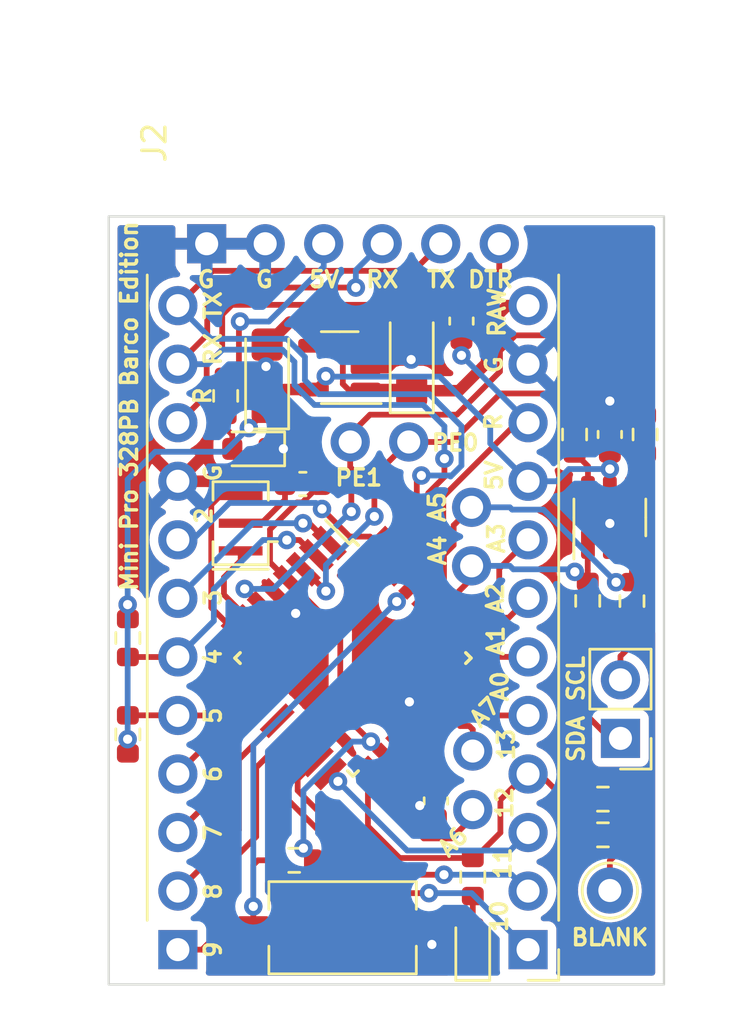
<source format=kicad_pcb>
(kicad_pcb (version 20211014) (generator pcbnew)
  (layers (0 "F.Cu" signal) (31 "B.Cu" signal) (34 "B.Paste" user) (35 "F.Paste" user) (36 "B.SilkS" user "B.Silkscreen") (37 "F.SilkS" user "F.Silkscreen") (38 "B.Mask" user) (39 "F.Mask" user) (44 "Edge.Cuts" user))
  (net 0 "")
  (net 1 "GND")
  (net 2 "Net-(C12-Pad2)")
  (net 3 "DTR")
  (net 4 "~{RESET}")
  (net 5 "RAW")
  (net 6 "+5VD")
  (net 7 "Net-(D10-Pad2)")
  (net 8 "Net-(D20-Pad2)")
  (net 9 "MISO")
  (net 10 "SCK")
  (net 11 "MOSI")
  (net 12 "TXD")
  (net 13 "RXD")
  (net 14 "D9")
  (net 15 "D8")
  (net 16 "D7")
  (net 17 "D6")
  (net 18 "D5")
  (net 19 "D4")
  (net 20 "D3")
  (net 21 "D2")
  (net 22 "D10")
  (net 23 "A0")
  (net 24 "A1")
  (net 25 "A2")
  (net 26 "A3")
  (net 27 "A4")
  (net 28 "A5")
  (net 29 "A6")
  (net 30 "A7")
  (net 31 "SDA1")
  (net 32 "SCL1")
  (net 33 "Net-(U1-Pad7)")
  (net 34 "Net-(U1-Pad8)")
  (net 36 "Net-(J30-Pad1)")
  (net 37 "/MON_SDA")
  (net 38 "/MON_SCL")
  (net 39 "Net-(R42-Pad2)")
  (net 40 "Net-(R43-Pad2)")
  (footprint "Package_TO_SOT_SMD:SOT-23-6" (layer "F.Cu") (at 190.75 105.5 90)
    (fp_text reference "U40" hide)
    (fp_text value "74LVC2G34")
  )
  (footprint "Connector_PinHeader_2.54mm:PinHeader_1x06_P2.54mm_Horizontal" (layer "F.Cu") (at 173.25 93.625 90)
    (fp_text reference "J2")
    (fp_text value "Conn_01x06")
  )
  (footprint "TestPoint:TestPoint_THTPad_D2.0mm_Drill1.0mm" (layer "F.Cu") (at 190.75 121.685)
    (fp_text reference "J30" hide)
    (fp_text value "Blanking")
  )
  (footprint "Resistor_SMD:R_0603_1608Metric" (layer "F.Cu") (at 177.05 120.375)
    (fp_text reference "R11" hide)
    (fp_text value "10K")
  )
  (footprint "Resistor_SMD:R_0603_1608Metric" (layer "F.Cu") (at 174.075 100.225 90)
    (fp_text reference "R20" hide)
    (fp_text value "10K")
  )
  (footprint "Resistor_SMD:R_0603_1608Metric" (layer "F.Cu") (at 169.83 114.91 -90)
    (fp_text reference "R51" hide)
    (fp_text value "2.7k")
  )
  (footprint "Connector_PinHeader_2.54mm:PinHeader_1x02_P2.54mm_Vertical" (layer "F.Cu") (at 184.75 107.6 180)
    (fp_text reference "J12" hide)
    (fp_text value "Conn_01x02_Female")
  )
  (footprint "Capacitor_SMD:C_0603_1608Metric" (layer "F.Cu") (at 183.2 117.8 90)
    (fp_text reference "C12" hide)
    (fp_text value "100nF")
  )
  (footprint "LED_SMD:LED_0603_1608Metric" (layer "F.Cu") (at 175.15 102.525 180)
    (fp_text reference "D20" hide)
    (fp_text value "RED_LED")
  )
  (footprint "Capacitor_Tantalum_SMD:CP_EIA-3216-18_Kemet-A" (layer "F.Cu") (at 175.875 99.35 90)
    (fp_text reference "C21" hide)
    (fp_text value "10uF")
  )
  (footprint "Resistor_SMD:R_0603_1608Metric" (layer "F.Cu") (at 184.8 121.1 90)
    (fp_text reference "R10" hide)
    (fp_text value "330R")
  )
  (footprint "Connector_PinHeader_2.54mm:PinHeader_1x02_P2.54mm_Vertical" (layer "F.Cu") (at 182.02 102.225 -90)
    (fp_text reference "J14" hide)
    (fp_text value "Conn_01x02_Female")
  )
  (footprint "Resistor_SMD:R_0603_1608Metric" (layer "F.Cu") (at 190.45 119.27)
    (fp_text reference "R31" hide)
    (fp_text value "1k")
  )
  (footprint "Crystal:Resonator_SMD_Murata_CSTxExxV-3Pin_3.0x1.1mm" (layer "F.Cu") (at 174.725 105.75 90)
    (fp_text reference "Y1" hide)
    (fp_text value "CSTNE16M0VH3L000R0")
  )
  (footprint "Capacitor_SMD:C_0603_1608Metric" (layer "F.Cu") (at 177.425 104.05)
    (fp_text reference "C10" hide)
    (fp_text value "100nF")
  )
  (footprint "Resistor_SMD:R_0603_1608Metric" (layer "F.Cu") (at 189.22 101.9 -90)
    (fp_text reference "R42" hide)
    (fp_text value "100R")
  )
  (footprint "Connector_PinHeader_2.54mm:PinHeader_1x02_P2.54mm_Vertical" (layer "F.Cu") (at 191.21 115.085 180)
    (fp_text reference "J40" hide)
    (fp_text value "MONITOR_I2C")
  )
  (footprint "Capacitor_SMD:C_0603_1608Metric" (layer "F.Cu") (at 184.31 96.98 -90)
    (fp_text reference "C13" hide)
    (fp_text value "100nF")
  )
  (footprint "Connector_PinHeader_2.54mm:PinHeader_1x02_P2.54mm_Vertical" (layer "F.Cu") (at 184.8 118.175 180)
    (fp_text reference "J13" hide)
    (fp_text value "Conn_01x02_Female")
  )
  (footprint "Package_TO_SOT_SMD:SOT-23-5" (layer "F.Cu") (at 179.025 99 180)
    (fp_text reference "U20" hide)
    (fp_text value "MIC5205-5.0YM5")
  )
  (footprint "Resistor_SMD:R_0603_1608Metric" (layer "F.Cu") (at 191.71 109.13 -90)
    (fp_text reference "R41" hide)
    (fp_text value "100R")
  )
  (footprint "LED_SMD:LED_0603_1608Metric" (layer "F.Cu") (at 184.8 124.1 90)
    (fp_text reference "D10" hide)
    (fp_text value "GRN_LED")
  )
  (footprint "Resistor_SMD:R_0603_1608Metric" (layer "F.Cu") (at 169.83 110.73 90)
    (fp_text reference "R50" hide)
    (fp_text value "2.7k")
  )
  (footprint "Resistor_SMD:R_0603_1608Metric" (layer "F.Cu") (at 192.28 101.9 -90)
    (fp_text reference "R43" hide)
    (fp_text value "100R")
  )
  (footprint "Connector_PinHeader_2.54mm:PinHeader_1x12_P2.54mm_Vertical" (layer "F.Cu") (at 172 124.25 180)
    (fp_text reference "J10" hide)
    (fp_text value "Conn_01x12_Female")
  )
  (footprint "Resistor_SMD:R_0603_1608Metric" (layer "F.Cu") (at 189.79 109.12 -90)
    (fp_text reference "R40" hide)
    (fp_text value "100R")
  )
  (footprint "Capacitor_SMD:C_0603_1608Metric" (layer "F.Cu") (at 190.75 101.9 -90)
    (fp_text reference "C41" hide)
    (fp_text value "100nF")
  )
  (footprint "Package_QFP:TQFP-32_7x7mm_P0.8mm" (layer "F.Cu") (at 179.6 111.6 -45)
    (fp_text reference "U1" hide)
    (fp_text value "ATMEGA328PB-AU")
  )
  (footprint "Button_Switch_SMD:SW_Tactile_SPST_NO_Straight_CK_PTS636Sx25SMTRLFS" (layer "F.Cu") (at 179.15 123.3 180)
    (fp_text reference "SW1" hide)
    (fp_text value "SW_SPST")
  )
  (footprint "Connector_PinHeader_2.54mm:PinHeader_1x12_P2.54mm_Vertical" (layer "F.Cu") (at 187.2 124.25 180)
    (fp_text reference "J11" hide)
    (fp_text value "Conn_01x12_Female")
  )
  (footprint "Resistor_SMD:R_0603_1608Metric" (layer "F.Cu") (at 190.45 117.72 180)
    (fp_text reference "R30" hide)
    (fp_text value "1k")
  )
  (footprint "Capacitor_Tantalum_SMD:CP_EIA-3216-18_Kemet-A" (layer "F.Cu") (at 182.15 98.65 90)
    (fp_text reference "C20" hide)
    (fp_text value "10uF")
  )
  (gr_rect (start 169 92.44) (end 193.1 125.76) (layer "Edge.Cuts") (width 0.1) (fill none))
  (gr_text "SDA" (at 189.28 115.11 90) (layer "F.SilkS") (effects (font (size 0.7 0.7))))
  (gr_text "TX" (at 183.425 95.175) (layer "F.SilkS") (effects (font (size 0.7 0.7))))
  (gr_text "TX" (at 173.525 96.3 90) (layer "F.SilkS") (effects (font (size 0.7 0.7))))
  (gr_text "9" (at 173.525 124.25 90) (layer "F.SilkS") (effects (font (size 0.7 0.7))))
  (gr_text "10" (at 185.95 122.8 90) (layer "F.SilkS") (effects (font (size 0.7 0.7))))
  (gr_text "A1" (at 185.8 110.85 90) (layer "F.SilkS") (effects (font (size 0.7 0.7))))
  (gr_text "13" (at 186.25 115.35 90) (layer "F.SilkS") (effects (font (size 0.7 0.7))))
  (gr_text "A6" (at 183.95 119.575 45) (layer "F.SilkS") (effects (font (size 0.7 0.7))))
  (gr_text "PE0" (at 184.04 102.26) (layer "F.SilkS") (effects (font (size 0.7 0.7))))
  (gr_text "A3" (at 185.825 106.4 90) (layer "F.SilkS") (effects (font (size 0.7 0.7))))
  (gr_text "G" (at 185.725 98.875 90) (layer "F.SilkS") (effects (font (size 0.7 0.7))))
  (gr_text "A0" (at 185.975 112.825 90) (layer "F.SilkS") (effects (font (size 0.7 0.7))))
  (gr_text "RX" (at 180.875 95.175) (layer "F.SilkS") (effects (font (size 0.7 0.7))))
  (gr_text "SCL" (at 189.28 112.49 90) (layer "F.SilkS") (effects (font (size 0.7 0.7))))
  (gr_text "5" (at 173.525 114.1 90) (layer "F.SilkS") (effects (font (size 0.7 0.7))))
  (gr_text "PE1" (at 179.85 103.775) (layer "F.SilkS") (effects (font (size 0.7 0.7))))
  (gr_text "5V" (at 178.35 95.175) (layer "F.SilkS") (effects (font (size 0.7 0.7))))
  (gr_text "G" (at 175.75 95.175) (layer "F.SilkS") (effects (font (size 0.7 0.7))))
  (gr_text "A2" (at 185.775 109 90) (layer "F.SilkS") (effects (font (size 0.7 0.7))))
  (gr_text "G" (at 173.525 103.575 90) (layer "F.SilkS") (effects (font (size 0.7 0.7))))
  (gr_text "2" (at 173.125 105.425 90) (layer "F.SilkS") (effects (font (size 0.7 0.7))))
  (gr_text "7" (at 173.525 119.175 90) (layer "F.SilkS") (effects (font (size 0.7 0.7))))
  (gr_text "3" (at 173.525 108.975 90) (layer "F.SilkS") (effects (font (size 0.7 0.7))))
  (gr_text "6" (at 173.525 116.625 90) (layer "F.SilkS") (effects (font (size 0.7 0.7))))
  (gr_text "R" (at 173.075 100.225 90) (layer "F.SilkS") (effects (font (size 0.7 0.7))))
  (gr_text "5V" (at 185.725 103.675 90) (layer "F.SilkS") (effects (font (size 0.7 0.7))))
  (gr_text "12" (at 186.175 117.875 90) (layer "F.SilkS") (effects (font (size 0.7 0.7))))
  (gr_text "R" (at 185.7 101.35 90) (layer "F.SilkS") (effects (font (size 0.7 0.7))))
  (gr_text "11" (at 186.1 120.5 90) (layer "F.SilkS") (effects (font (size 0.7 0.7))))
  (gr_text "Mini Pro 328PB Barco Edition" (at 169.89 100.67 90) (layer "F.SilkS") (effects (font (size 0.7 0.7))))
  (gr_text "BLANK" (at 190.75 123.72) (layer "F.SilkS") (effects (font (size 0.7 0.7))))
  (gr_text "8" (at 173.525 121.725 90) (layer "F.SilkS") (effects (font (size 0.7 0.7))))
  (gr_text "RAW" (at 185.85 96.6 90) (layer "F.SilkS") (effects (font (size 0.7 0.7))))
  (gr_text "4" (at 173.525 111.55 90) (layer "F.SilkS") (effects (font (size 0.7 0.7))))
  (gr_text "G" (at 173.225 95.175) (layer "F.SilkS") (effects (font (size 0.7 0.7))))
  (gr_text "A7" (at 185.325 113.95 45) (layer "F.SilkS") (effects (font (size 0.7 0.7))))
  (gr_text "A5" (at 183.25 105.05 90) (layer "F.SilkS") (effects (font (size 0.7 0.7))))
  (gr_text "DTR" (at 185.575 95.175) (layer "F.SilkS") (effects (font (size 0.7 0.7))))
  (gr_text "RX" (at 173.525 98.2 90) (layer "F.SilkS") (effects (font (size 0.7 0.7))))
  (gr_text "A4" (at 183.275 106.925 90) (layer "F.SilkS") (effects (font (size 0.7 0.7))))
  (segment (start 182.888047 114.322361) (end 182.872361 114.322361) (width 0.25) (layer "F.Cu") (net 1))
  (segment (start 175.675 103.7) (end 176.025 104.05) (width 0.5) (layer "F.Cu") (net 1))
  (segment (start 190.36 105.49) (end 188.82 105.49) (width 0.5) (layer "F.Cu") (net 1))
  (segment (start 176.85 97.025) (end 180.9 97.025) (width 0.5) (layer "F.Cu") (net 1))
  (segment (start 173.55 103.7) (end 175.675 103.7) (width 0.5) (layer "F.Cu") (net 1))
  (segment (start 182.125 97.325) (end 182.15 97.3) (width 0.5) (layer "F.Cu") (net 1))
  (segment (start 182.5 118) (end 182.975 118.475) (width 0.25) (layer "F.Cu") (net 1))
  (segment (start 182.872361 114.322361) (end 182.05 113.5) (width 0.25) (layer "F.Cu") (net 1))
  (segment (start 175.63 105.75) (end 176.65 104.73) (width 0.25) (layer "F.Cu") (net 1))
  (segment (start 181.44 98.65) (end 181.09 99) (width 0.5) (layer "F.Cu") (net 1))
  (segment (start 182.125 98.65) (end 181.44 98.65) (width 0.5) (layer "F.Cu") (net 1))
  (segment (start 180.9 97.025) (end 181.175 97.3) (width 0.5) (layer "F.Cu") (net 1))
  (segment (start 176.65 104.73) (end 176.65 104.05) (width 0.25) (layer "F.Cu") (net 1))
  (segment (start 176.575 102.525) (end 176.58 102.52) (width 0.25) (layer "F.Cu") (net 1))
  (segment (start 190.75 106.6375) (end 190.75 105.76) (width 0.25) (layer "F.Cu") (net 1))
  (segment (start 190.75 101.125) (end 190.75 100.45) (width 0.25) (layer "F.Cu") (net 1))
  (segment (start 176.327639 108.877639) (end 176.311953 108.877639) (width 0.25) (layer "F.Cu") (net 1))
  (segment (start 177.1125 109.6625) (end 176.327639 108.877639) (width 0.25) (layer "F.Cu") (net 1))
  (segment (start 190.75 105.76) (end 190.63 105.76) (width 0.5) (layer "F.Cu") (net 1))
  (segment (start 174.725 105.75) (end 175.63 105.75) (width 0.25) (layer "F.Cu") (net 1))
  (segment (start 176.025 104.05) (end 176.65 104.05) (width 0.5) (layer "F.Cu") (net 1))
  (segment (start 182.125 98.65) (end 182.125 97.325) (width 0.5) (layer "F.Cu") (net 1))
  (segment (start 183.025 124.025) (end 183.025 123.3) (width 0.25) (layer "F.Cu") (net 1))
  (segment (start 190.63 105.76) (end 190.36 105.49) (width 0.5) (layer "F.Cu") (net 1))
  (segment (start 182.975 118.475) (end 183.2 118.475) (width 0.25) (layer "F.Cu") (net 1))
  (segment (start 175.875 98) (end 176.85 97.025) (width 0.5) (layer "F.Cu") (net 1))
  (segment (start 181.175 97.3) (end 182.15 97.3) (width 0.5) (layer "F.Cu") (net 1))
  (segment (start 175.9375 102.525) (end 176.575 102.525) (width 0.25) (layer "F.Cu") (net 1))
  (segment (start 181.09 99) (end 180.1625 99) (width 0.5) (layer "F.Cu") (net 1))
  (segment (start 173.32 103.93) (end 173.55 103.7) (width 0.5) (layer "F.Cu") (net 1))
  (segment (start 172 103.93) (end 173.32 103.93) (width 0.5) (layer "F.Cu") (net 1))
  (via (at 182.125 98.65) (size 0.8) (drill 0.4) (layers "F.Cu" "B.Cu") (net 1))
  (via (at 175.825 98.95) (size 0.8) (drill 0.4) (layers "F.Cu" "B.Cu") (net 1))
  (via (at 177.1125 109.6625) (size 0.8) (drill 0.4) (layers "F.Cu" "B.Cu") (net 1))
  (via (at 190.75 105.76) (size 0.8) (drill 0.4) (layers "F.Cu" "B.Cu") (net 1))
  (via (at 182.5 118) (size 0.8) (drill 0.4) (layers "F.Cu" "B.Cu") (net 1))
  (via (at 190.75 100.45) (size 0.8) (drill 0.4) (layers "F.Cu" "B.Cu") (net 1))
  (via (at 182.05 113.5) (size 0.8) (drill 0.4) (layers "F.Cu" "B.Cu") (net 1))
  (via (at 183.025 124.025) (size 0.8) (drill 0.4) (layers "F.Cu" "B.Cu") (net 1))
  (via (at 176.58 102.52) (size 0.8) (drill 0.4) (layers "F.Cu" "B.Cu") (net 1))
  (segment (start 183.2 115.75) (end 183.2 116.925) (width 0.25) (layer "F.Cu") (net 2))
  (segment (start 182.338047 114.888047) (end 183.2 115.75) (width 0.25) (layer "F.Cu") (net 2))
  (segment (start 182.322361 114.888047) (end 182.338047 114.888047) (width 0.25) (layer "F.Cu") (net 2))
  (segment (start 184.85 96.15) (end 185.95 95.05) (width 0.25) (layer "F.Cu") (net 3))
  (segment (start 185.95 95.05) (end 185.95 93.625) (width 0.25) (layer "F.Cu") (net 3))
  (segment (start 184.85 96.175) (end 184.85 96.15) (width 0.25) (layer "F.Cu") (net 3))
  (segment (start 182.322361 108.307639) (end 182.322361 108.311953) (width 0.25) (layer "F.Cu") (net 4))
  (segment (start 175.275 122.375) (end 175.275 120.575) (width 0.25) (layer "F.Cu") (net 4))
  (segment (start 180.65 96.275) (end 180.85 96.075) (width 0.25) (layer "F.Cu") (net 4))
  (segment (start 184.31 98.47) (end 184.31 97.755) (width 0.25) (layer "F.Cu") (net 4))
  (segment (start 183.48 96.92) (end 183.48 96.39) (width 0.25) (layer "F.Cu") (net 4))
  (segment (start 173.25 100.175) (end 173.25 98.9) (width 0.25) (layer "F.Cu") (net 4))
  (segment (start 173.25 98.9) (end 173.925 98.225) (width 0.25) (layer "F.Cu") (net 4))
  (segment (start 173.925 96.7) (end 174.35 96.275) (width 0.25) (layer "F.Cu") (net 4))
  (segment (start 180.85 96.075) (end 183.165 96.075) (width 0.25) (layer "F.Cu") (net 4))
  (segment (start 182.322361 108.311953) (end 182.322361 108.327639) (width 0.25) (layer "F.Cu") (net 4))
  (segment (start 186.72 101.39) (end 183.52 104.59) (width 0.25) (layer "F.Cu") (net 4))
  (segment (start 175.275 122.375) (end 175.275 123.3) (width 0.25) (layer "F.Cu") (net 4))
  (segment (start 183.09 107.54) (end 182.322361 108.307639) (width 0.25) (layer "F.Cu") (net 4))
  (segment (start 172.035 101.39) (end 173.25 100.175) (width 0.25) (layer "F.Cu") (net 4))
  (segment (start 182.322361 108.327639) (end 181.5 109.15) (width 0.25) (layer "F.Cu") (net 4))
  (segment (start 173.925 98.225) (end 173.925 96.7) (width 0.25) (layer "F.Cu") (net 4))
  (segment (start 184.31 97.755) (end 184.31 97.75) (width 0.25) (layer "F.Cu") (net 4))
  (segment (start 183.48 96.39) (end 183.165 96.075) (width 0.25) (layer "F.Cu") (net 4))
  (segment (start 172 101.39) (end 172.035 101.39) (width 0.25) (layer "F.Cu") (net 4))
  (segment (start 175.275 120.575) (end 175.475 120.375) (width 0.25) (layer "F.Cu") (net 4))
  (segment (start 174.35 96.275) (end 180.65 96.275) (width 0.25) (layer "F.Cu") (net 4))
  (segment (start 175.475 120.375) (end 176.225 120.375) (width 0.25) (layer "F.Cu") (net 4))
  (segment (start 183.52 106.51) (end 183.09 106.94) (width 0.25) (layer "F.Cu") (net 4))
  (segment (start 183.09 106.94) (end 183.09 107.54) (width 0.25) (layer "F.Cu") (net 4))
  (segment (start 183.52 104.59) (end 183.52 106.51) (width 0.25) (layer "F.Cu") (net 4))
  (segment (start 184.31 97.75) (end 183.48 96.92) (width 0.25) (layer "F.Cu") (net 4))
  (segment (start 187.2 101.39) (end 186.72 101.39) (width 0.25) (layer "F.Cu") (net 4))
  (via (at 181.5 109.15) (size 0.8) (drill 0.4) (layers "F.Cu" "B.Cu") (net 4))
  (via (at 184.31 98.47) (size 0.8) (drill 0.4) (layers "F.Cu" "B.Cu") (net 4))
  (via (at 175.275 122.375) (size 0.8) (drill 0.4) (layers "F.Cu" "B.Cu") (net 4))
  (segment (start 175.275 115.375) (end 181.5 109.15) (width 0.25) (layer "B.Cu") (net 4))
  (segment (start 187.2 101.36) (end 187.2 101.39) (width 0.25) (layer "B.Cu") (net 4))
  (segment (start 184.31 98.47) (end 187.2 101.36) (width 0.25) (layer "B.Cu") (net 4))
  (segment (start 175.275 122.375) (end 175.275 115.375) (width 0.25) (layer "B.Cu") (net 4))
  (segment (start 179.16 98.24) (end 179.16 99.71) (width 0.25) (layer "F.Cu") (net 5))
  (segment (start 187.2 96.31) (end 186.29 96.31) (width 0.5) (layer "F.Cu") (net 5))
  (segment (start 185.4 97.2) (end 185.4 98.8) (width 0.5) (layer "F.Cu") (net 5))
  (segment (start 180.1625 98.05) (end 179.35 98.05) (width 0.25) (layer "F.Cu") (net 5))
  (segment (start 182.1 99.95) (end 182.15 100) (width 0.5) (layer "F.Cu") (net 5))
  (segment (start 186.29 96.31) (end 185.4 97.2) (width 0.5) (layer "F.Cu") (net 5))
  (segment (start 184.2 100) (end 182.15 100) (width 0.5) (layer "F.Cu") (net 5))
  (segment (start 179.4 99.95) (end 180.1625 99.95) (width 0.25) (layer "F.Cu") (net 5))
  (segment (start 185.4 98.8) (end 184.2 100) (width 0.5) (layer "F.Cu") (net 5))
  (segment (start 179.16 99.71) (end 179.4 99.95) (width 0.25) (layer "F.Cu") (net 5))
  (segment (start 179.35 98.05) (end 179.16 98.24) (width 0.25) (layer "F.Cu") (net 5))
  (segment (start 180.1625 99.95) (end 182.1 99.95) (width 0.5) (layer "F.Cu") (net 5))
  (segment (start 176.877639 108.311953) (end 176.861953 108.311953) (width 0.25) (layer "F.Cu") (net 6))
  (segment (start 177.8875 99.95) (end 176.625 99.95) (width 0.5) (layer "F.Cu") (net 6))
  (segment (start 169.83 115.13) (end 169.82 115.12) (width 0.25) (layer "F.Cu") (net 6))
  (segment (start 179.05 113.9) (end 179.05 110.5) (width 0.25) (layer "F.Cu") (net 6))
  (segment (start 174.65 98.825) (end 174.65 97.05) (width 0.25) (layer "F.Cu") (net 6))
  (segment (start 176.76 101.62) (end 177.33 102.19) (width 0.25) (layer "F.Cu") (net 6))
  (segment (start 179.05 110.5) (end 176.877639 108.327639) (width 0.25) (layer "F.Cu") (net 6))
  (segment (start 175.875 100.7) (end 175.875 100.735) (width 0.25) (layer "F.Cu") (net 6))
  (segment (start 174.6 99.925) (end 174.075 99.4) (width 0.25) (layer "F.Cu") (net 6))
  (segment (start 177.875 120.275) (end 177.45 119.85) (width 0.25) (layer "F.Cu") (net 6))
  (segment (start 177.49 104.77) (end 177.49 104.76) (width 0.25) (layer "F.Cu") (net 6))
  (segment (start 177.33 103.18) (end 178.2 104.05) (width 0.25) (layer "F.Cu") (net 6))
  (segment (start 178.42 99.37) (end 178.42 99.4175) (width 0.25) (layer "F.Cu") (net 6))
  (segment (start 175.08 101.62) (end 175.875 100.825) (width 0.25) (layer "F.Cu") (net 6))
  (segment (start 181.169417 116.019417) (end 181.19099 116.019417) (width 0.25) (layer "F.Cu") (net 6))
  (segment (start 177.33 102.19) (end 177.33 103.18) (width 0.25) (layer "F.Cu") (net 6))
  (segment (start 178.42 99.4175) (end 177.8875 99.95) (width 0.25) (layer "F.Cu") (net 6))
  (segment (start 174.65 97.05) (end 174.7 97) (width 0.25) (layer "F.Cu") (net 6))
  (segment (start 190.75 103.4) (end 190.75 104.3625) (width 0.25) (layer "F.Cu") (net 6))
  (segment (start 175.1 99.925) (end 174.6 99.925) (width 0.25) (layer "F.Cu") (net 6))
  (segment (start 176.877639 108.327639) (end 176.877639 108.311953) (width 0.25) (layer "F.Cu") (net 6))
  (segment (start 176 106.02) (end 177.17 104.85) (width 0.25) (layer "F.Cu") (net 6))
  (segment (start 176 107.45) (end 176 106.02) (width 0.25) (layer "F.Cu") (net 6))
  (segment (start 176.861953 108.311953) (end 176 107.45) (width 0.25) (layer "F.Cu") (net 6))
  (segment (start 175.875 100.735) (end 176.76 101.62) (width 0.25) (layer "F.Cu") (net 6))
  (segment (start 177.41 104.85) (end 177.49 104.77) (width 0.25) (layer "F.Cu") (net 6))
  (segment (start 177.17 104.85) (end 177.41 104.85) (width 0.25) (layer "F.Cu") (net 6))
  (segment (start 175.875 100.825) (end 175.875 100.7) (width 0.25) (layer "F.Cu") (net 6))
  (segment (start 177.49 104.76) (end 178.2 104.05) (width 0.25) (layer "F.Cu") (net 6))
  (segment (start 169.82 109.28) (end 169.82 109.895) (width 0.25) (layer "F.Cu") (net 6))
  (segment (start 169.83 115.735) (end 169.83 115.13) (width 0.25) (layer "F.Cu") (net 6))
  (segment (start 177.875 120.375) (end 177.875 120.275) (width 0.25) (layer "F.Cu") (net 6))
  (segment (start 176.625 99.95) (end 175.875 100.7) (width 0.5) (layer "F.Cu") (net 6))
  (segment (start 175.875 100.7) (end 175.1 99.925) (width 0.25) (layer "F.Cu") (net 6))
  (segment (start 190.75 102.675) (end 190.75 103.4) (width 0.25) (layer "F.Cu") (net 6))
  (segment (start 180.375 115.225) (end 181.169417 116.019417) (width 0.25) (layer "F.Cu") (net 6))
  (segment (start 174.075 99.4) (end 174.65 98.825) (width 0.25) (layer "F.Cu") (net 6))
  (segment (start 169.82 109.895) (end 169.83 109.905) (width 0.25) (layer "F.Cu") (net 6))
  (segment (start 180.375 115.225) (end 179.05 113.9) (width 0.25) (layer "F.Cu") (net 6))
  (via (at 175.08 101.62) (size 0.8) (drill 0.4) (layers "F.Cu" "B.Cu") (net 6))
  (via (at 190.75 103.4) (size 0.8) (drill 0.4) (layers "F.Cu" "B.Cu") (net 6))
  (via (at 177.45 119.85) (size 0.8) (drill 0.4) (layers "F.Cu" "B.Cu") (net 6))
  (via (at 169.82 109.28) (size 0.8) (drill 0.4) (layers "F.Cu" "B.Cu") (net 6))
  (via (at 174.7 97) (size 0.8) (drill 0.4) (layers "F.Cu" "B.Cu") (net 6))
  (via (at 169.82 115.12) (size 0.8) (drill 0.4) (layers "F.Cu" "B.Cu") (net 6))
  (via (at 178.42 99.37) (size 0.8) (drill 0.4) (layers "F.Cu" "B.Cu") (net 6))
  (via (at 180.375 115.225) (size 0.8) (drill 0.4) (layers "F.Cu" "B.Cu") (net 6))
  (segment (start 171.02 102.65) (end 169.82 103.85) (width 0.25) (layer "B.Cu") (net 6))
  (segment (start 183.37 99.39) (end 185.56 101.58) (width 0.25) (layer "B.Cu") (net 6))
  (segment (start 180.375 115.225) (end 179.575 115.225) (width 0.25) (layer "B.Cu") (net 6))
  (segment (start 187.2 103.93) (end 188.44 103.93) (width 0.25) (layer "B.Cu") (net 6))
  (segment (start 169.82 103.85) (end 169.82 109.28) (width 0.25) (layer "B.Cu") (net 6))
  (segment (start 175.07 101.62) (end 174.04 102.65) (width 0.25) (layer "B.Cu") (net 6))
  (segment (start 175.95 97) (end 178.33 94.62) (width 0.25) (layer "B.Cu") (net 6))
  (segment (start 185.56 101.58) (end 185.56 102.29) (width 0.25) (layer "B.Cu") (net 6))
  (segment (start 169.82 115.12) (end 169.82 109.28) (width 0.25) (layer "B.Cu") (net 6))
  (segment (start 179.575 115.225) (end 177.45 117.35) (width 0.25) (layer "B.Cu") (net 6))
  (segment (start 177.45 117.35) (end 177.45 119.85) (width 0.25) (layer "B.Cu") (net 6))
  (segment (start 178.44 99.39) (end 183.37 99.39) (width 0.25) (layer "B.Cu") (net 6))
  (segment (start 175.08 101.62) (end 175.07 101.62) (width 0.25) (layer "B.Cu") (net 6))
  (segment (start 185.56 102.29) (end 187.2 103.93) (width 0.25) (layer "B.Cu") (net 6))
  (segment (start 178.42 99.37) (end 178.44 99.39) (width 0.25) (layer "B.Cu") (net 6))
  (segment (start 178.33 94.62) (end 178.33 93.625) (width 0.25) (layer "B.Cu") (net 6))
  (segment (start 174.04 102.65) (end 171.02 102.65) (width 0.25) (layer "B.Cu") (net 6))
  (segment (start 174.7 97) (end 175.95 97) (width 0.25) (layer "B.Cu") (net 6))
  (segment (start 188.97 103.4) (end 190.75 103.4) (width 0.25) (layer "B.Cu") (net 6))
  (segment (start 188.44 103.93) (end 188.97 103.4) (width 0.25) (layer "B.Cu") (net 6))
  (segment (start 184.8 123.3125) (end 184.8 121.925) (width 0.25) (layer "F.Cu") (net 7))
  (segment (start 174.075 101.625) (end 174.075 101.05) (width 0.25) (layer "F.Cu") (net 8))
  (segment (start 174.3625 101.9125) (end 174.075 101.625) (width 0.25) (layer "F.Cu") (net 8))
  (segment (start 174.3625 102.525) (end 174.3625 101.9125) (width 0.25) (layer "F.Cu") (net 8))
  (segment (start 178.585103 116.585103) (end 178.95 116.95) (width 0.25) (layer "F.Cu") (net 9))
  (segment (start 178.574695 116.585103) (end 178.585103 116.585103) (width 0.25) (layer "F.Cu") (net 9))
  (via (at 178.95 116.95) (size 0.8) (drill 0.4) (layers "F.Cu" "B.Cu") (net 9))
  (segment (start 181.95 119.95) (end 186.42 119.95) (width 0.25) (layer "B.Cu") (net 9))
  (segment (start 178.95 116.95) (end 181.95 119.95) (width 0.25) (layer "B.Cu") (net 9))
  (segment (start 186.42 119.95) (end 187.2 119.17) (width 0.25) (layer "B.Cu") (net 9))
  (segment (start 186 119.175) (end 186 117.75) (width 0.25) (layer "F.Cu") (net 10))
  (segment (start 184.8 120.275) (end 184.925 120.275) (width 0.25) (layer "F.Cu") (net 10))
  (segment (start 184.925 120.275) (end 184.925 120.25) (width 0.25) (layer "F.Cu") (net 10))
  (segment (start 181.625 120.275) (end 184.85 120.275) (width 0.25) (layer "F.Cu") (net 10))
  (segment (start 180.25 116.960408) (end 180.25 118.9) (width 0.25) (layer "F.Cu") (net 10))
  (segment (start 187.12 116.63) (end 187.2 116.63) (width 0.25) (layer "F.Cu") (net 10))
  (segment (start 187.71 116.63) (end 188.8 117.72) (width 0.25) (layer "F.Cu") (net 10))
  (segment (start 180.25 118.9) (end 181.625 120.275) (width 0.25) (layer "F.Cu") (net 10))
  (segment (start 188.8 117.72) (end 189.625 117.72) (width 0.25) (layer "F.Cu") (net 10))
  (segment (start 184.925 120.25) (end 186 119.175) (width 0.25) (layer "F.Cu") (net 10))
  (segment (start 184.85 120.275) (end 184.925 120.275) (width 0.25) (layer "F.Cu") (net 10))
  (segment (start 187.2 116.63) (end 187.71 116.63) (width 0.25) (layer "F.Cu") (net 10))
  (segment (start 180.625305 116.585103) (end 180.25 116.960408) (width 0.25) (layer "F.Cu") (net 10))
  (segment (start 186 117.75) (end 187.12 116.63) (width 0.25) (layer "F.Cu") (net 10))
  (segment (start 180.85 121) (end 177.2 117.35) (width 0.25) (layer "F.Cu") (net 11))
  (segment (start 177.2 117.35) (end 177.2 116.85) (width 0.25) (layer "F.Cu") (net 11))
  (segment (start 183.55 121) (end 180.85 121) (width 0.25) (layer "F.Cu") (net 11))
  (segment (start 178.00901 116.04099) (end 178.00901 116.019417) (width 0.25) (layer "F.Cu") (net 11))
  (segment (start 177.2 116.85) (end 178.00901 116.04099) (width 0.25) (layer "F.Cu") (net 11))
  (via (at 183.55 121) (size 0.8) (drill 0.4) (layers "F.Cu" "B.Cu") (net 11))
  (segment (start 186.49 121) (end 187.2 121.71) (width 0.25) (layer "B.Cu") (net 11))
  (segment (start 183.55 121) (end 186.49 121) (width 0.25) (layer "B.Cu") (net 11))
  (segment (start 182.37 103.85) (end 182.37 106.01) (width 0.25) (layer "F.Cu") (net 12))
  (segment (start 172 96.31) (end 173.51 94.8) (width 0.25) (layer "F.Cu") (net 12))
  (segment (start 182.57 103.68) (end 182.4 103.85) (width 0.25) (layer "F.Cu") (net 12))
  (segment (start 182.235 94.8) (end 183.41 93.625) (width 0.25) (layer "F.Cu") (net 12))
  (segment (start 182.4 103.85) (end 182.37 103.85) (width 0.25) (layer "F.Cu") (net 12))
  (segment (start 182.37 106.01) (end 181.199417 107.180583) (width 0.25) (layer "F.Cu") (net 12))
  (segment (start 173.51 94.8) (end 182.235 94.8) (width 0.25) (layer "F.Cu") (net 12))
  (via (at 182.57 103.68) (size 0.8) (drill 0.4) (layers "F.Cu" "B.Cu") (net 12))
  (segment (start 182.57 103.68) (end 183.79 103.68) (width 0.25) (layer "B.Cu") (net 12))
  (segment (start 184.31 101.54) (end 182.92 100.15) (width 0.25) (layer "B.Cu") (net 12))
  (segment (start 177.515 99.545) (end 177.515 98.535) (width 0.25) (layer "B.Cu") (net 12))
  (segment (start 176.73 97.75) (end 173.44 97.75) (width 0.25) (layer "B.Cu") (net 12))
  (segment (start 183.79 103.68) (end 183.835 103.725) (width 0.25) (layer "B.Cu") (net 12))
  (segment (start 183.835 103.725) (end 184.31 103.25) (width 0.25) (layer "B.Cu") (net 12))
  (segment (start 184.31 103.25) (end 184.31 101.54) (width 0.25) (layer "B.Cu") (net 12))
  (segment (start 182.92 100.15) (end 178.12 100.15) (width 0.25) (layer "B.Cu") (net 12))
  (segment (start 178.12 100.15) (end 177.515 99.545) (width 0.25) (layer "B.Cu") (net 12))
  (segment (start 173.44 97.75) (end 172 96.31) (width 0.25) (layer "B.Cu") (net 12))
  (segment (start 177.515 98.535) (end 176.73 97.75) (width 0.25) (layer "B.Cu") (net 12))
  (segment (start 173.275 97.575) (end 172 98.85) (width 0.25) (layer "F.Cu") (net 13))
  (segment (start 179.725 95.525) (end 174.125 95.525) (width 0.25) (layer "F.Cu") (net 13))
  (segment (start 182.54 106.962944) (end 181.756676 107.746268) (width 0.25) (layer "F.Cu") (net 13))
  (segment (start 183.57 103.74) (end 182.87 104.44) (width 0.25) (layer "F.Cu") (net 13))
  (segment (start 183.57 102.95) (end 183.57 103.74) (width 0.25) (layer "F.Cu") (net 13))
  (segment (start 174.125 95.525) (end 173.275 96.375) (width 0.25) (layer "F.Cu") (net 13))
  (segment (start 173.275 96.375) (end 173.275 97.575) (width 0.25) (layer "F.Cu") (net 13))
  (segment (start 182.87 106.51) (end 182.54 106.84) (width 0.25) (layer "F.Cu") (net 13))
  (segment (start 182.87 104.44) (end 182.87 106.51) (width 0.25) (layer "F.Cu") (net 13))
  (segment (start 182.54 106.84) (end 182.54 106.962944) (width 0.25) (layer "F.Cu") (net 13))
  (via (at 183.57 102.95) (size 0.8) (drill 0.4) (layers "F.Cu" "B.Cu") (net 13))
  (via (at 179.725 95.525) (size 0.8) (drill 0.4) (layers "F.Cu" "B.Cu") (net 13))
  (segment (start 179.725 94.77) (end 180.87 93.625) (width 0.25) (layer "B.Cu") (net 13))
  (segment (start 177.93 100.62) (end 177.06 99.75) (width 0.25) (layer "B.Cu") (net 13))
  (segment (start 176.53 98.22) (end 173.94 98.22) (width 0.25) (layer "B.Cu") (net 13))
  (segment (start 177.06 99.75) (end 177.06 98.75) (width 0.25) (layer "B.Cu") (net 13))
  (segment (start 177.06 98.75) (end 176.53 98.22) (width 0.25) (layer "B.Cu") (net 13))
  (segment (start 183.57 101.54) (end 182.65 100.62) (width 0.25) (layer "B.Cu") (net 13))
  (segment (start 173.94 98.22) (end 173.31 98.85) (width 0.25) (layer "B.Cu") (net 13))
  (segment (start 179.725 95.525) (end 179.725 94.77) (width 0.25) (layer "B.Cu") (net 13))
  (segment (start 182.65 100.62) (end 177.93 100.62) (width 0.25) (layer "B.Cu") (net 13))
  (segment (start 183.57 102.95) (end 183.57 101.54) (width 0.25) (layer "B.Cu") (net 13))
  (segment (start 173.31 98.85) (end 172 98.85) (width 0.25) (layer "B.Cu") (net 13))
  (segment (start 176.861953 114.888047) (end 176.877639 114.888047) (width 0.25) (layer "F.Cu") (net 14))
  (segment (start 173.6 123.7) (end 173.6 121.15) (width 0.25) (layer "F.Cu") (net 14))
  (segment (start 175.4 119.35) (end 175.4 116.35) (width 0.25) (layer "F.Cu") (net 14))
  (segment (start 175.4 116.35) (end 176.861953 114.888047) (width 0.25) (layer "F.Cu") (net 14))
  (segment (start 173.05 124.25) (end 173.6 123.7) (width 0.25) (layer "F.Cu") (net 14))
  (segment (start 173.6 121.15) (end 175.4 119.35) (width 0.25) (layer "F.Cu") (net 14))
  (segment (start 172 124.25) (end 173.05 124.25) (width 0.25) (layer "F.Cu") (net 14))
  (segment (start 174.65 119.06) (end 172 121.71) (width 0.25) (layer "F.Cu") (net 15))
  (segment (start 176.311953 114.322361) (end 176.311953 114.338047) (width 0.25) (layer "F.Cu") (net 15))
  (segment (start 176.311953 114.338047) (end 174.65 116) (width 0.25) (layer "F.Cu") (net 15))
  (segment (start 174.65 116) (end 174.65 119.06) (width 0.25) (layer "F.Cu") (net 15))
  (segment (start 174.05 115.45) (end 174.05 117.12) (width 0.25) (layer "F.Cu") (net 16))
  (segment (start 175.743324 113.756676) (end 174.05 115.45) (width 0.25) (layer "F.Cu") (net 16))
  (segment (start 175.746268 113.756676) (end 175.743324 113.756676) (width 0.25) (layer "F.Cu") (net 16))
  (segment (start 174.05 117.12) (end 172 119.17) (width 0.25) (layer "F.Cu") (net 16))
  (segment (start 173.45 115.15) (end 173.45 114.921573) (width 0.25) (layer "F.Cu") (net 17))
  (segment (start 173.45 114.921573) (end 175.180583 113.19099) (width 0.25) (layer "F.Cu") (net 17))
  (segment (start 172 116.6) (end 173.45 115.15) (width 0.25) (layer "F.Cu") (net 17))
  (segment (start 172 116.63) (end 172 116.6) (width 0.25) (layer "F.Cu") (net 17))
  (segment (start 169.83 114.085) (end 171.995 114.085) (width 0.25) (layer "F.Cu") (net 18))
  (segment (start 171.995 114.085) (end 172 114.09) (width 0.25) (layer "F.Cu") (net 18))
  (segment (start 172 114.09) (end 173.150202 114.09) (width 0.25) (layer "F.Cu") (net 18))
  (segment (start 173.150202 114.09) (end 174.614897 112.625305) (width 0.25) (layer "F.Cu") (net 18))
  (segment (start 169.83 111.555) (end 171.995 111.555) (width 0.25) (layer "F.Cu") (net 19))
  (segment (start 177.980583 107.180583) (end 178.00901 107.180583) (width 0.25) (layer "F.Cu") (net 19))
  (segment (start 176.73 106.48) (end 177.28 106.48) (width 0.25) (layer "F.Cu") (net 19))
  (segment (start 171.995 111.555) (end 172 111.55) (width 0.25) (layer "F.Cu") (net 19))
  (segment (start 177.28 106.48) (end 177.980583 107.180583) (width 0.25) (layer "F.Cu") (net 19))
  (via (at 176.73 106.48) (size 0.8) (drill 0.4) (layers "F.Cu" "B.Cu") (net 19))
  (segment (start 175.69 106.48) (end 173.56 108.61) (width 0.25) (layer "B.Cu") (net 19))
  (segment (start 173.56 108.61) (end 173.56 109.99) (width 0.25) (layer "B.Cu") (net 19))
  (segment (start 176.73 106.48) (end 175.69 106.48) (width 0.25) (layer "B.Cu") (net 19))
  (segment (start 173.56 109.99) (end 172 111.55) (width 0.25) (layer "B.Cu") (net 19))
  (segment (start 178.564897 106.614897) (end 178.574695 106.614897) (width 0.25) (layer "F.Cu") (net 20))
  (segment (start 177.43 105.75) (end 177.7 105.75) (width 0.25) (layer "F.Cu") (net 20))
  (segment (start 177.7 105.75) (end 178.564897 106.614897) (width 0.25) (layer "F.Cu") (net 20))
  (via (at 177.43 105.75) (size 0.8) (drill 0.4) (layers "F.Cu" "B.Cu") (net 20))
  (segment (start 177.43 105.75) (end 175.25 105.75) (width 0.25) (layer "B.Cu") (net 20))
  (segment (start 172 109) (end 172 109.01) (width 0.25) (layer "B.Cu") (net 20))
  (segment (start 175.25 105.75) (end 172 109) (width 0.25) (layer "B.Cu") (net 20))
  (segment (start 180.340408 106.33) (end 180.625305 106.614897) (width 0.25) (layer "F.Cu") (net 21))
  (segment (start 179.455 106.33) (end 180.340408 106.33) (width 0.25) (layer "F.Cu") (net 21))
  (segment (start 178.2575 105.1325) (end 179.455 106.33) (width 0.25) (layer "F.Cu") (net 21))
  (via (at 178.2575 105.1325) (size 0.8) (drill 0.4) (layers "F.Cu" "B.Cu") (net 21))
  (segment (start 177.995 104.87) (end 174.24 104.87) (width 0.25) (layer "B.Cu") (net 21))
  (segment (start 174.24 104.87) (end 172.64 106.47) (width 0.25) (layer "B.Cu") (net 21))
  (segment (start 172.64 106.47) (end 172 106.47) (width 0.25) (layer "B.Cu") (net 21))
  (segment (start 178.2575 105.1325) (end 177.995 104.87) (width 0.25) (layer "B.Cu") (net 21))
  (segment (start 180.825 121.8) (end 176.65 117.625) (width 0.25) (layer "F.Cu") (net 22))
  (segment (start 176.65 116.25) (end 177.443324 115.456676) (width 0.25) (layer "F.Cu") (net 22))
  (segment (start 176.65 117.625) (end 176.65 116.25) (width 0.25) (layer "F.Cu") (net 22))
  (segment (start 177.443324 115.456676) (end 177.443324 115.453732) (width 0.25) (layer "F.Cu") (net 22))
  (segment (start 182.9 121.8) (end 180.825 121.8) (width 0.25) (layer "F.Cu") (net 22))
  (via (at 182.9 121.8) (size 0.8) (drill 0.4) (layers "F.Cu" "B.Cu") (net 22))
  (segment (start 184.75 121.8) (end 187.2 124.25) (width 0.25) (layer "B.Cu") (net 22))
  (segment (start 182.9 121.8) (end 184.75 121.8) (width 0.25) (layer "B.Cu") (net 22))
  (segment (start 184.019417 113.219417) (end 184.89 114.09) (width 0.25) (layer "F.Cu") (net 23))
  (segment (start 184.019417 113.19099) (end 184.019417 113.219417) (width 0.25) (layer "F.Cu") (net 23))
  (segment (start 184.89 114.09) (end 187.2 114.09) (width 0.25) (layer "F.Cu") (net 23))
  (segment (start 185.65 111.55) (end 187.2 111.55) (width 0.25) (layer "F.Cu") (net 24))
  (segment (start 184.585103 112.625305) (end 184.585103 112.614897) (width 0.25) (layer "F.Cu") (net 24))
  (segment (start 184.585103 112.614897) (end 185.65 111.55) (width 0.25) (layer "F.Cu") (net 24))
  (segment (start 184.585103 110.564897) (end 185.3 109.85) (width 0.25) (layer "F.Cu") (net 25))
  (segment (start 185.3 109.85) (end 186.36 109.85) (width 0.25) (layer "F.Cu") (net 25))
  (segment (start 184.585103 110.574695) (end 184.585103 110.564897) (width 0.25) (layer "F.Cu") (net 25))
  (segment (start 186.36 109.85) (end 187.2 109.01) (width 0.25) (layer "F.Cu") (net 25))
  (segment (start 184.019417 110.00901) (end 184.04099 110.00901) (width 0.25) (layer "F.Cu") (net 26))
  (segment (start 185.1 108.95) (end 185.6 108.95) (width 0.25) (layer "F.Cu") (net 26))
  (segment (start 185.95 108.6) (end 185.95 107.72) (width 0.25) (layer "F.Cu") (net 26))
  (segment (start 184.04099 110.00901) (end 185.1 108.95) (width 0.25) (layer "F.Cu") (net 26))
  (segment (start 185.95 107.72) (end 187.2 106.47) (width 0.25) (layer "F.Cu") (net 26))
  (segment (start 185.6 108.95) (end 185.95 108.6) (width 0.25) (layer "F.Cu") (net 26))
  (segment (start 189.665 108.295) (end 189.79 108.295) (width 0.25) (layer "F.Cu") (net 27))
  (segment (start 189.79 106.6475) (end 189.8 106.6375) (width 0.25) (layer "F.Cu") (net 27))
  (segment (start 183.453732 109.443324) (end 183.456676 109.443324) (width 0.25) (layer "F.Cu") (net 27))
  (segment (start 189.79 108.295) (end 189.79 107.79) (width 0.25) (layer "F.Cu") (net 27))
  (segment (start 189.23 107.86) (end 189.665 108.295) (width 0.25) (layer "F.Cu") (net 27))
  (segment (start 184.75 108.15) (end 184.75 107.6) (width 0.25) (layer "F.Cu") (net 27))
  (segment (start 189.79 107.79) (end 189.79 106.6475) (width 0.25) (layer "F.Cu") (net 27))
  (segment (start 183.456676 109.443324) (end 184.75 108.15) (width 0.25) (layer "F.Cu") (net 27))
  (via (at 189.23 107.86) (size 0.8) (drill 0.4) (layers "F.Cu" "B.Cu") (net 27))
  (segment (start 186.56 107.75) (end 189.12 107.75) (width 0.25) (layer "B.Cu") (net 27))
  (segment (start 186.39 107.6) (end 186.41 107.6) (width 0.25) (layer "B.Cu") (net 27))
  (segment (start 186.14 107.6) (end 186.39 107.6) (width 0.25) (layer "B.Cu") (net 27))
  (segment (start 186.41 107.6) (end 186.56 107.75) (width 0.25) (layer "B.Cu") (net 27))
  (segment (start 184.75 107.6) (end 186.14 107.6) (width 0.25) (layer "B.Cu") (net 27))
  (segment (start 189.12 107.75) (end 189.23 107.86) (width 0.25) (layer "B.Cu") (net 27))
  (segment (start 182.888047 108.877639) (end 182.888047 108.861953) (width 0.25) (layer "F.Cu") (net 28))
  (segment (start 191.025 108.305) (end 191.71 108.305) (width 0.25) (layer "F.Cu") (net 28))
  (segment (start 191.71 108.305) (end 191.71 106.6475) (width 0.25) (layer "F.Cu") (net 28))
  (segment (start 182.888047 108.861953) (end 183.55 108.2) (width 0.25) (layer "F.Cu") (net 28))
  (segment (start 183.97 106.7) (end 183.97 105.84) (width 0.25) (layer "F.Cu") (net 28))
  (segment (start 183.55 108.2) (end 183.55 107.12) (width 0.25) (layer "F.Cu") (net 28))
  (segment (start 191.02 108.31) (end 191.025 108.305) (width 0.25) (layer "F.Cu") (net 28))
  (segment (start 183.97 105.84) (end 184.75 105.06) (width 0.25) (layer "F.Cu") (net 28))
  (segment (start 183.55 107.12) (end 183.97 106.7) (width 0.25) (layer "F.Cu") (net 28))
  (segment (start 191.71 106.6475) (end 191.7 106.6375) (width 0.25) (layer "F.Cu") (net 28))
  (via (at 191.02 108.31) (size 0.8) (drill 0.4) (layers "F.Cu" "B.Cu") (net 28))
  (segment (start 186.41 105.06) (end 186.5 105.15) (width 0.25) (layer "B.Cu") (net 28))
  (segment (start 184.75 105.06) (end 186.41 105.06) (width 0.25) (layer "B.Cu") (net 28))
  (segment (start 187.87 105.16) (end 191.02 108.31) (width 0.25) (layer "B.Cu") (net 28))
  (segment (start 187.81 105.16) (end 187.87 105.16) (width 0.25) (layer "B.Cu") (net 28))
  (segment (start 186.51 105.16) (end 187.81 105.16) (width 0.25) (layer "B.Cu") (net 28))
  (segment (start 186.5 105.15) (end 186.51 105.16) (width 0.25) (layer "B.Cu") (net 28))
  (segment (start 182.4 116.097056) (end 182.4 116.75) (width 0.25) (layer "F.Cu") (net 29))
  (segment (start 184.8 118.5) (end 184.8 118.175) (width 0.25) (layer "F.Cu") (net 29))
  (segment (start 182.675 119.425) (end 183.875 119.425) (width 0.25) (layer "F.Cu") (net 29))
  (segment (start 182.4 116.75) (end 181.75 117.4) (width 0.25) (layer "F.Cu") (net 29))
  (segment (start 181.75 118.5) (end 182.675 119.425) (width 0.25) (layer "F.Cu") (net 29))
  (segment (start 183.875 119.425) (end 184.8 118.5) (width 0.25) (layer "F.Cu") (net 29))
  (segment (start 181.75 117.4) (end 181.75 118.5) (width 0.25) (layer "F.Cu") (net 29))
  (segment (start 181.756676 115.453732) (end 182.4 116.097056) (width 0.25) (layer "F.Cu") (net 29))
  (segment (start 184.65 114.55) (end 184.8 114.7) (width 0.25) (layer "F.Cu") (net 30))
  (segment (start 184.25 114.55) (end 184.65 114.55) (width 0.25) (layer "F.Cu") (net 30))
  (segment (start 183.453732 113.756676) (end 183.456676 113.756676) (width 0.25) (layer "F.Cu") (net 30))
  (segment (start 184.8 114.7) (end 184.8 115.635) (width 0.25) (layer "F.Cu") (net 30))
  (segment (start 183.456676 113.756676) (end 184.25 114.55) (width 0.25) (layer "F.Cu") (net 30))
  (segment (start 180.53 105.46) (end 180.53 103.7) (width 0.25) (layer "F.Cu") (net 31))
  (segment (start 182.02 102.225) (end 183.895 102.225) (width 0.25) (layer "F.Cu") (net 31))
  (segment (start 188.265 100.12) (end 189.22 101.075) (width 0.25) (layer "F.Cu") (net 31))
  (segment (start 178.425 108.7) (end 177.471268 107.746268) (width 0.25) (layer "F.Cu") (net 31))
  (segment (start 180.53 103.7) (end 182.005 102.225) (width 0.25) (layer "F.Cu") (net 31))
  (segment (start 177.443324 107.746268) (end 177.496268 107.746268) (width 0.25) (layer "F.Cu") (net 31))
  (segment (start 177.471268 107.746268) (end 177.443324 107.746268) (width 0.25) (layer "F.Cu") (net 31))
  (segment (start 183.895 102.225) (end 186 100.12) (width 0.25) (layer "F.Cu") (net 31))
  (segment (start 182.005 102.225) (end 182.02 102.225) (width 0.25) (layer "F.Cu") (net 31))
  (segment (start 186 100.12) (end 188.265 100.12) (width 0.25) (layer "F.Cu") (net 31))
  (via (at 178.425 108.7) (size 0.8) (drill 0.4) (layers "F.Cu" "B.Cu") (net 31))
  (via (at 180.53 105.46) (size 0.8) (drill 0.4) (layers "F.Cu" "B.Cu") (net 31))
  (segment (start 178.425 107.565) (end 178.425 108.7) (width 0.25) (layer "B.Cu") (net 31))
  (segment (start 180.53 105.46) (end 178.425 107.565) (width 0.25) (layer "B.Cu") (net 31))
  (segment (start 179.53 105.25) (end 179.53 103.37) (width 0.25) (layer "F.Cu") (net 32))
  (segment (start 179.48 102.225) (end 179.48 101.9) (width 0.25) (layer "F.Cu") (net 32))
  (segment (start 179.48 103.32) (end 179.48 101.7) (width 0.25) (layer "F.Cu") (net 32))
  (segment (start 189.48 97.6) (end 192.28 100.4) (width 0.25) (layer "F.Cu") (net 32))
  (segment (start 186.65 97.6) (end 189.48 97.6) (width 0.25) (layer "F.Cu") (net 32))
  (segment (start 184.11 101.04) (end 185.98 99.17) (width 0.25) (layer "F.Cu") (net 32))
  (segment (start 179.48 101.9) (end 180.34 101.04) (width 0.25) (layer "F.Cu") (net 32))
  (segment (start 192.28 100.4) (end 192.28 101.075) (width 0.25) (layer "F.Cu") (net 32))
  (segment (start 179.53 103.37) (end 179.48 103.32) (width 0.25) (layer "F.Cu") (net 32))
  (segment (start 175.746268 109.443324) (end 175.743324 109.443324) (width 0.25) (layer "F.Cu") (net 32))
  (segment (start 180.34 101.04) (end 184.11 101.04) (width 0.25) (layer "F.Cu") (net 32))
  (segment (start 175.743324 109.443324) (end 174.9 108.6) (width 0.25) (layer "F.Cu") (net 32))
  (segment (start 185.98 99.17) (end 185.98 98.27) (width 0.25) (layer "F.Cu") (net 32))
  (segment (start 185.98 98.27) (end 186.65 97.6) (width 0.25) (layer "F.Cu") (net 32))
  (via (at 179.53 105.25) (size 0.8) (drill 0.4) (layers "F.Cu" "B.Cu") (net 32))
  (via (at 174.9 108.6) (size 0.8) (drill 0.4) (layers "F.Cu" "B.Cu") (net 32))
  (segment (start 179.53 105.25) (end 179.5 105.25) (width 0.25) (layer "B.Cu") (net 32))
  (segment (start 179.5 105.25) (end 176.15 108.6) (width 0.25) (layer "B.Cu") (net 32))
  (segment (start 176.15 108.6) (end 174.9 108.6) (width 0.25) (layer "B.Cu") (net 32))
  (segment (start 174 108.85) (end 174 108.1) (width 0.25) (layer "F.Cu") (net 33))
  (segment (start 174 108.1) (end 174.725 107.375) (width 0.25) (layer "F.Cu") (net 33))
  (segment (start 174.725 107.375) (end 174.725 106.95) (width 0.25) (layer "F.Cu") (net 33))
  (segment (start 175.15901 110.00901) (end 174 108.85) (width 0.25) (layer "F.Cu") (net 33))
  (segment (start 175.180583 110.00901) (end 175.15901 110.00901) (width 0.25) (layer "F.Cu") (net 33))
  (segment (start 174.6 104.55) (end 173.85 104.55) (width 0.25) (layer "F.Cu") (net 34))
  (segment (start 173.45 109.409798) (end 174.614897 110.574695) (width 0.25) (layer "F.Cu") (net 34))
  (segment (start 173.45 104.95) (end 173.45 109.409798) (width 0.25) (layer "F.Cu") (net 34))
  (segment (start 173.85 104.55) (end 173.45 104.95) (width 0.25) (layer "F.Cu") (net 34))
  (segment (start 190.75 120.39) (end 190.75 121.685) (width 0.25) (layer "F.Cu") (net 36))
  (segment (start 191.275 119.865) (end 190.75 120.39) (width 0.25) (layer "F.Cu") (net 36))
  (segment (start 191.275 119.27) (end 191.275 119.865) (width 0.25) (layer "F.Cu") (net 36))
  (segment (start 191.275 117.72) (end 191.275 119.27) (width 0.25) (layer "F.Cu") (net 36))
  (segment (start 189.79 109.945) (end 189.79 114.125) (width 0.25) (layer "F.Cu") (net 37))
  (segment (start 189.79 114.125) (end 190.76 115.095) (width 0.25) (layer "F.Cu") (net 37))
  (segment (start 191.21 111.52) (end 191.21 112.545) (width 0.25) (layer "F.Cu") (net 38))
  (segment (start 191.71 111.02) (end 191.21 111.52) (width 0.25) (layer "F.Cu") (net 38))
  (segment (start 191.71 109.955) (end 191.71 111.02) (width 0.25) (layer "F.Cu") (net 38))
  (segment (start 189.25 102.725) (end 189.8 103.275) (width 0.25) (layer "F.Cu") (net 39))
  (segment (start 189.8 103.275) (end 189.8 104.3625) (width 0.25) (layer "F.Cu") (net 39))
  (segment (start 189.22 102.725) (end 189.25 102.725) (width 0.25) (layer "F.Cu") (net 39))
  (segment (start 192.28 102.725) (end 192.225 102.725) (width 0.25) (layer "F.Cu") (net 40))
  (segment (start 192.225 102.725) (end 191.7 103.25) (width 0.25) (layer "F.Cu") (net 40))
  (segment (start 191.7 103.25) (end 191.7 104.3625) (width 0.25) (layer "F.Cu") (net 40))
  (zone (net 1) (net_name "GND") (layers F&B.Cu) (connect_pads (clearance 0.381)) (min_thickness 0.254) (fill yes (thermal_gap 0.508) (thermal_bridge_width 0.508))
    (polygon (pts (xy 193 125.55) (xy 169 125.55) (xy 169 92.55) (xy 193 92.55)))
  )
)
</source>
